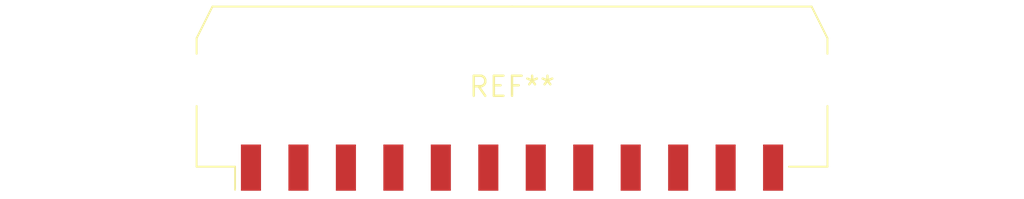
<source format=kicad_pcb>
(kicad_pcb (version 20240108) (generator pcbnew)
  (layers (0 "F.Cu" signal) (31 "B.Cu" signal) (34 "B.Paste" user) (35 "F.Paste" user) (36 "B.SilkS" user "B.Silkscreen") (37 "F.SilkS" user "F.Silkscreen") (38 "B.Mask" user) (39 "F.Mask" user) (44 "Edge.Cuts" user))
  (net 0 "")
  (footprint "Molex_Micro-Fit_3.0_43650-1210_1x12-1MP_P3.00mm_Horizontal" (layer "F.Cu") (at 0 0)
    (property "Reference" "REF**")
    (property "Value" "Molex_Micro-Fit_3.0_43650-1210_1x12-1MP_P3.00mm_Horizontal")
    (fp_line (start -19.935 -3.06) (end -19.935 -2.075) (layer "F.SilkS") (stroke (width 0.12)))
    (fp_line (start -19.935 1.225) (end -19.935 5.06) (layer "F.SilkS") (stroke (width 0.12)))
    (fp_line (start -19.935 5.06) (end -17.505 5.06) (layer "F.SilkS") (stroke (width 0.12)))
    (fp_line (start -18.935 -5.06) (end -19.935 -3.06) (layer "F.SilkS") (stroke (width 0.12)))
    (fp_line (start -17.505 5.06) (end -17.505 6.52) (layer "F.SilkS") (stroke (width 0.12)))
    (fp_line (start 0 -5.06) (end -18.935 -5.06) (layer "F.SilkS") (stroke (width 0.12)))
    (fp_line (start 0 -5.06) (end 18.935 -5.06) (layer "F.SilkS") (stroke (width 0.12)))
    (fp_line (start 18.935 -5.06) (end 19.935 -3.06) (layer "F.SilkS") (stroke (width 0.12)))
    (fp_line (start 19.935 -3.06) (end 19.935 -2.075) (layer "F.SilkS") (stroke (width 0.12)))
    (fp_line (start 19.935 1.225) (end 19.935 5.06) (layer "F.SilkS") (stroke (width 0.12)))
    (fp_line (start 19.935 5.06) (end 17.505 5.06) (layer "F.SilkS") (stroke (width 0.12)))
    (pad "1" smd rect (at -16.5 5.12) (size 1.27 2.92) (layers "F.Cu" "F.Paste" "F.Mask"))
    (pad "2" smd rect (at -13.5 5.12) (size 1.27 2.92) (layers "F.Cu" "F.Paste" "F.Mask"))
    (pad "3" smd rect (at -10.5 5.12) (size 1.27 2.92) (layers "F.Cu" "F.Paste" "F.Mask"))
    (pad "4" smd rect (at -7.5 5.12) (size 1.27 2.92) (layers "F.Cu" "F.Paste" "F.Mask"))
    (pad "5" smd rect (at -4.5 5.12) (size 1.27 2.92) (layers "F.Cu" "F.Paste" "F.Mask"))
    (pad "6" smd rect (at -1.5 5.12) (size 1.27 2.92) (layers "F.Cu" "F.Paste" "F.Mask"))
    (pad "7" smd rect (at 1.5 5.12) (size 1.27 2.92) (layers "F.Cu" "F.Paste" "F.Mask"))
    (pad "8" smd rect (at 4.5 5.12) (size 1.27 2.92) (layers "F.Cu" "F.Paste" "F.Mask"))
    (pad "9" smd rect (at 7.5 5.12) (size 1.27 2.92) (layers "F.Cu" "F.Paste" "F.Mask"))
    (pad "10" smd rect (at 10.5 5.12) (size 1.27 2.92) (layers "F.Cu" "F.Paste" "F.Mask"))
    (pad "11" smd rect (at 13.5 5.12) (size 1.27 2.92) (layers "F.Cu" "F.Paste" "F.Mask"))
    (pad "12" smd rect (at 16.5 5.12) (size 1.27 2.92) (layers "F.Cu" "F.Paste" "F.Mask"))
    (pad "MP" thru_hole circle (at -18.65 -0.35) (size 2.71 2.71) (drill 2.41) (layers *.Cu *.Mask) (remove_unused_layers))
    (pad "MP" thru_hole circle (at 18.65 -0.35) (size 2.71 2.71) (drill 2.41) (layers *.Cu *.Mask) (remove_unused_layers))
  )
)
</source>
